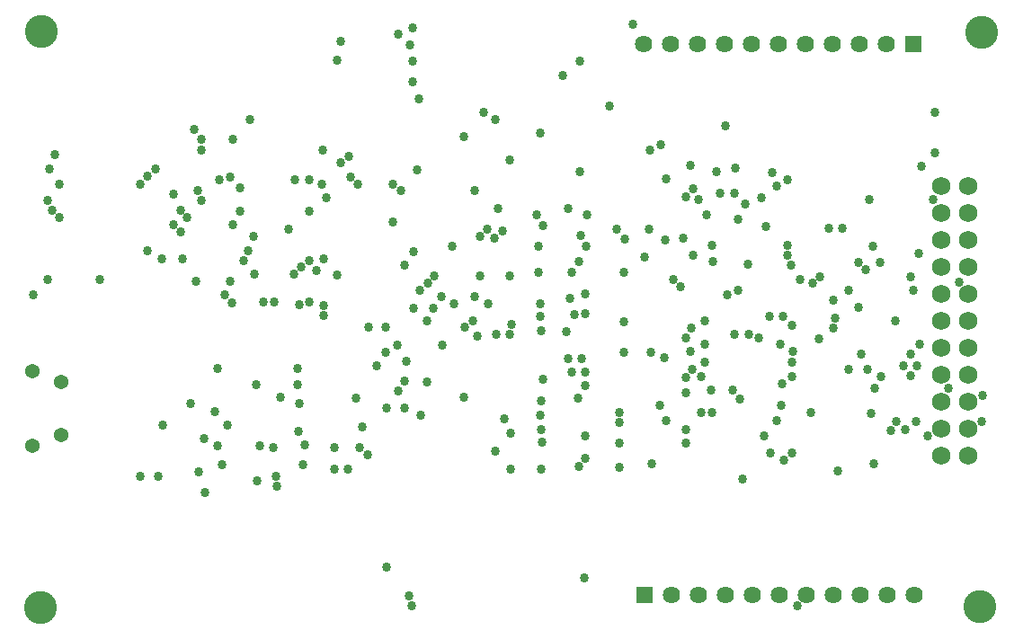
<source format=gbr>
G04 EAGLE Gerber RS-274X export*
G75*
%MOMM*%
%FSLAX34Y34*%
%LPD*%
%INSoldermask Bottom*%
%IPPOS*%
%AMOC8*
5,1,8,0,0,1.08239X$1,22.5*%
G01*
%ADD10C,1.751600*%
%ADD11R,1.625600X1.625600*%
%ADD12C,1.625600*%
%ADD13C,1.371600*%
%ADD14C,0.858000*%
%ADD15C,3.101600*%


D10*
X901947Y401162D03*
X901947Y426562D03*
X876547Y426562D03*
X876547Y401162D03*
X901947Y375762D03*
X876547Y375762D03*
X901947Y350362D03*
X876547Y350362D03*
X901947Y324962D03*
X876547Y324962D03*
X901947Y299562D03*
X876547Y299562D03*
X901947Y274162D03*
X876547Y274162D03*
X901947Y248762D03*
X876547Y248762D03*
X901947Y223362D03*
X876547Y223362D03*
X901947Y197962D03*
X876547Y197962D03*
X901947Y172562D03*
X876547Y172562D03*
D11*
X596964Y41275D03*
D12*
X622364Y41275D03*
X647764Y41275D03*
X673164Y41275D03*
X698564Y41275D03*
X723964Y41275D03*
X749364Y41275D03*
X774764Y41275D03*
X800164Y41275D03*
X825564Y41275D03*
X850964Y41275D03*
D11*
X850011Y560515D03*
D12*
X824611Y560515D03*
X799211Y560515D03*
X773811Y560515D03*
X748411Y560515D03*
X723011Y560515D03*
X697611Y560515D03*
X672211Y560515D03*
X646811Y560515D03*
X621411Y560515D03*
X596011Y560515D03*
D13*
X47638Y242424D03*
X47638Y192424D03*
X20638Y252424D03*
X20638Y182424D03*
D14*
X540800Y238400D03*
X680000Y234400D03*
X541600Y370400D03*
X661600Y355200D03*
X660000Y234400D03*
X573600Y213600D03*
X650400Y213600D03*
X540800Y191200D03*
X709600Y191200D03*
X270400Y240000D03*
X231200Y240000D03*
X232000Y148800D03*
X249600Y153600D03*
X471200Y193600D03*
X499758Y197537D03*
X531200Y305600D03*
X498525Y303759D03*
X271200Y195200D03*
X695200Y287200D03*
X681600Y287200D03*
X655200Y399200D03*
X542400Y399200D03*
X711200Y388800D03*
X180000Y412800D03*
X34400Y412800D03*
X196800Y432800D03*
X378400Y576000D03*
X526719Y321258D03*
X495784Y399607D03*
X601601Y385690D03*
X597130Y360167D03*
X694400Y352800D03*
X471200Y160000D03*
X499696Y160000D03*
X471353Y296597D03*
X577220Y298819D03*
X376000Y560000D03*
X470400Y451200D03*
X318400Y454400D03*
X857600Y445600D03*
X870400Y458400D03*
X280800Y432800D03*
X268000Y432800D03*
X470400Y287200D03*
X499531Y290185D03*
X464800Y207200D03*
X499188Y210947D03*
X573600Y204000D03*
X686400Y226400D03*
X457600Y287200D03*
X254400Y228000D03*
X307200Y545600D03*
X855200Y363200D03*
X721600Y205600D03*
X617600Y205600D03*
X352800Y270400D03*
X577372Y270337D03*
X728000Y168800D03*
X603925Y165485D03*
X370540Y242642D03*
X392495Y242134D03*
X456800Y176800D03*
X501600Y389600D03*
X578400Y376800D03*
X611200Y220000D03*
X725600Y220000D03*
X616800Y376000D03*
X615200Y264800D03*
X602527Y270452D03*
X715200Y175200D03*
X736000Y175200D03*
X779200Y158400D03*
X914400Y204800D03*
X805600Y348000D03*
X789600Y253600D03*
X807200Y253600D03*
X856000Y277600D03*
X774400Y292800D03*
X818400Y354400D03*
X798400Y354400D03*
X798400Y312800D03*
X812000Y369600D03*
X653600Y260800D03*
X736000Y260800D03*
X331200Y200000D03*
X636000Y197600D03*
X650400Y247200D03*
X736000Y247200D03*
X352800Y293600D03*
X336800Y293600D03*
X364800Y233600D03*
X636000Y232000D03*
X726400Y240800D03*
X636000Y246400D03*
X364000Y276800D03*
X660800Y213600D03*
X753600Y213600D03*
X372800Y261880D03*
X641600Y254400D03*
X789600Y328800D03*
X684800Y328800D03*
X850400Y328800D03*
X499695Y224406D03*
X534400Y227200D03*
X426639Y227327D03*
X219200Y356800D03*
X280800Y356800D03*
X324800Y227200D03*
X636000Y184800D03*
X573600Y184800D03*
X776800Y302400D03*
X832800Y300000D03*
X774400Y319200D03*
X853600Y257600D03*
X820000Y247200D03*
X761600Y283200D03*
X840800Y257600D03*
X762400Y341600D03*
X847200Y341600D03*
X847200Y248000D03*
X755200Y335200D03*
X893600Y336000D03*
X828800Y196800D03*
X864000Y191200D03*
X770400Y387200D03*
X783200Y387200D03*
X800800Y268800D03*
X847200Y268800D03*
X834400Y204800D03*
X852800Y204800D03*
X714400Y304000D03*
X727200Y304000D03*
X812800Y164800D03*
X808800Y414400D03*
X868800Y414400D03*
X842400Y197600D03*
X640000Y271200D03*
X736800Y271200D03*
X406400Y276800D03*
X636000Y284000D03*
X704800Y284000D03*
X428000Y293600D03*
X653600Y277600D03*
X724800Y277600D03*
X288000Y347200D03*
X307200Y343200D03*
X344800Y257600D03*
X501245Y244621D03*
X523252Y289435D03*
X640800Y292800D03*
X653600Y300000D03*
X736000Y295200D03*
X385600Y328800D03*
X624000Y338400D03*
X743200Y338400D03*
X371200Y352000D03*
X660800Y371200D03*
X732000Y371200D03*
X392800Y335200D03*
X631200Y332000D03*
X642400Y361600D03*
X732000Y361600D03*
X379200Y364800D03*
X633600Y377600D03*
X735200Y352000D03*
X427200Y473600D03*
X648000Y413600D03*
X707200Y416000D03*
X360000Y428800D03*
X636000Y416800D03*
X732000Y432800D03*
X320000Y435200D03*
X294400Y358400D03*
X535200Y356000D03*
X281600Y317600D03*
X405600Y322400D03*
X520000Y531200D03*
X206400Y336800D03*
X174400Y336800D03*
X199200Y164000D03*
X275200Y164000D03*
X682400Y444000D03*
X640000Y446400D03*
X564000Y502400D03*
X36800Y442400D03*
X166400Y396800D03*
X45600Y396800D03*
X45600Y428000D03*
X234400Y182400D03*
X195200Y182400D03*
X160000Y383200D03*
X336000Y173600D03*
X664800Y440000D03*
X536000Y440000D03*
X499200Y476800D03*
X172800Y480000D03*
X176000Y422400D03*
X122400Y428000D03*
X161600Y358400D03*
X142400Y358400D03*
X540000Y57600D03*
X386400Y211200D03*
X192000Y214400D03*
X208800Y390400D03*
X153600Y390400D03*
X870400Y496000D03*
X445600Y496000D03*
X360000Y392800D03*
X216000Y403200D03*
X280800Y403200D03*
X292800Y428800D03*
X327200Y428800D03*
X384800Y508800D03*
X216000Y424800D03*
X128800Y436000D03*
X143200Y201600D03*
X204000Y201600D03*
X311200Y563200D03*
X206400Y435200D03*
X304800Y160000D03*
X317600Y160000D03*
X612000Y465600D03*
X179200Y460800D03*
X39200Y404000D03*
X160000Y404000D03*
X176800Y157600D03*
X84000Y338400D03*
X617600Y433600D03*
X717600Y439200D03*
X310400Y448800D03*
X721600Y426400D03*
X642400Y424000D03*
X293600Y460800D03*
X602400Y460800D03*
X439200Y285600D03*
X229600Y344000D03*
X496800Y345600D03*
X248000Y317600D03*
X498641Y316064D03*
X540800Y306400D03*
X261600Y386400D03*
X448800Y386400D03*
X449943Y316166D03*
X224000Y365600D03*
X128800Y365600D03*
X183200Y137600D03*
X689600Y150400D03*
X469600Y342400D03*
X442400Y342400D03*
X442400Y379200D03*
X228800Y379200D03*
X398400Y311200D03*
X379200Y311200D03*
X371200Y217600D03*
X353600Y217600D03*
X354400Y68000D03*
X276800Y183200D03*
X182400Y188800D03*
X179200Y470400D03*
X209600Y470400D03*
X364800Y569600D03*
X304800Y180000D03*
X328800Y180000D03*
X740800Y31200D03*
X536800Y380000D03*
X456000Y377600D03*
X536000Y544000D03*
X294400Y304800D03*
X437293Y322477D03*
X378400Y544000D03*
X294400Y314400D03*
X417600Y316000D03*
X436800Y422400D03*
X367200Y422400D03*
X586400Y579200D03*
X570400Y386400D03*
X463200Y384000D03*
X375200Y40800D03*
X525398Y405854D03*
X459200Y405600D03*
X435200Y300000D03*
X392000Y300000D03*
X272000Y315200D03*
X399200Y342400D03*
X272000Y221600D03*
X169600Y221600D03*
X136000Y442400D03*
X382400Y441600D03*
X672800Y483200D03*
X153600Y419200D03*
X195200Y255200D03*
X270400Y255200D03*
X500533Y185448D03*
X247200Y180000D03*
X692000Y409600D03*
X684800Y395200D03*
X208000Y316800D03*
X273600Y350400D03*
X297600Y416000D03*
X201600Y324000D03*
X21600Y324000D03*
X237600Y317600D03*
X266400Y344000D03*
X378400Y524800D03*
X250400Y144000D03*
X813600Y236000D03*
X883200Y236000D03*
X810400Y212800D03*
X915200Y229600D03*
X681600Y420000D03*
X668000Y420000D03*
X139200Y153600D03*
X121600Y153600D03*
X41600Y456000D03*
X34400Y338400D03*
X535200Y162400D03*
X524800Y264000D03*
X537600Y264000D03*
X541131Y251454D03*
X528395Y251200D03*
X675200Y324000D03*
X540800Y324800D03*
X225600Y489600D03*
X456800Y489600D03*
X416000Y369600D03*
X496800Y369600D03*
X528000Y345600D03*
X577245Y345600D03*
X573104Y162006D03*
X540800Y170400D03*
X377600Y31200D03*
D15*
X29147Y572326D03*
X28385Y29845D03*
X912813Y30671D03*
X914845Y571754D03*
M02*

</source>
